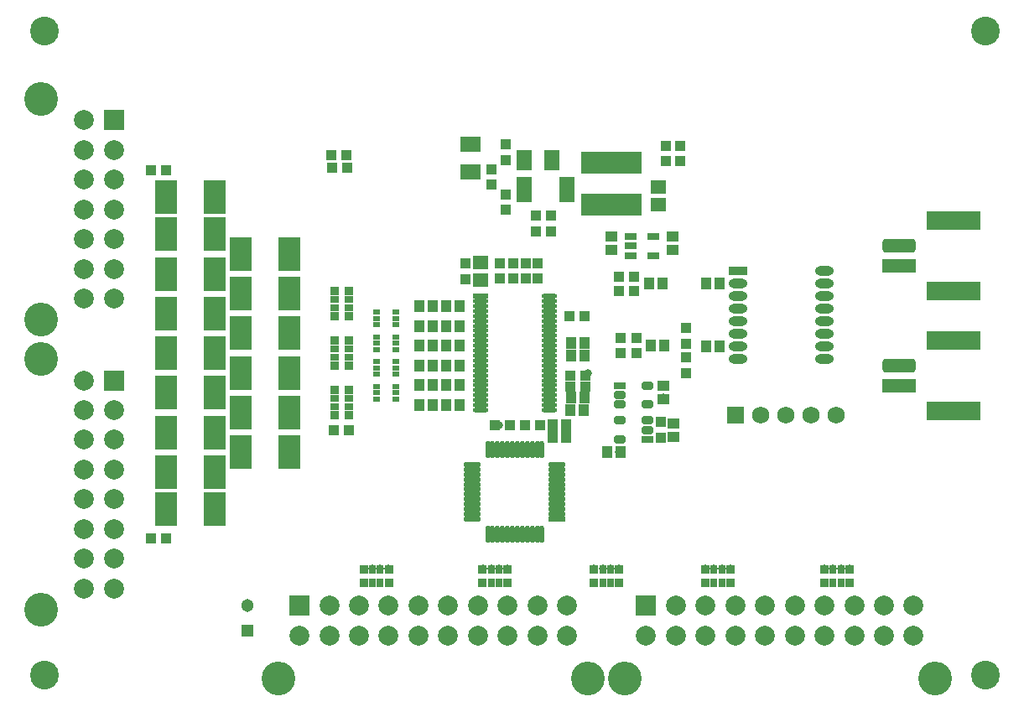
<source format=gts>
G04*
G04 #@! TF.GenerationSoftware,Altium Limited,Altium Designer,19.1.8 (144)*
G04*
G04 Layer_Color=8388736*
%FSLAX25Y25*%
%MOIN*%
G70*
G01*
G75*
%ADD47R,0.04143X0.04537*%
%ADD48R,0.04147X0.04147*%
%ADD49R,0.04147X0.04147*%
%ADD50R,0.06312X0.05328*%
%ADD51R,0.21666X0.07493*%
G04:AMPARAMS|DCode=52|XSize=55.24mil|YSize=133.98mil|CornerRadius=15.81mil|HoleSize=0mil|Usage=FLASHONLY|Rotation=90.000|XOffset=0mil|YOffset=0mil|HoleType=Round|Shape=RoundedRectangle|*
%AMROUNDEDRECTD52*
21,1,0.05524,0.10236,0,0,90.0*
21,1,0.02362,0.13398,0,0,90.0*
1,1,0.03162,0.05118,0.01181*
1,1,0.03162,0.05118,-0.01181*
1,1,0.03162,-0.05118,-0.01181*
1,1,0.03162,-0.05118,0.01181*
%
%ADD52ROUNDEDRECTD52*%
%ADD53R,0.13398X0.05524*%
%ADD54O,0.01981X0.06902*%
%ADD55O,0.06902X0.01981*%
%ADD56R,0.06902X0.01981*%
%ADD57R,0.03320X0.03556*%
%ADD58R,0.02769X0.03556*%
%ADD59R,0.08517X0.13202*%
%ADD60R,0.03556X0.03320*%
%ADD61R,0.03556X0.02769*%
%ADD62R,0.04537X0.04143*%
%ADD63R,0.03162X0.02454*%
%ADD64R,0.07887X0.06312*%
%ADD65R,0.04934X0.03162*%
%ADD66R,0.04737X0.03162*%
G04:AMPARAMS|DCode=67|XSize=31.62mil|YSize=47.37mil|CornerRadius=9.91mil|HoleSize=0mil|Usage=FLASHONLY|Rotation=270.000|XOffset=0mil|YOffset=0mil|HoleType=Round|Shape=RoundedRectangle|*
%AMROUNDEDRECTD67*
21,1,0.03162,0.02756,0,0,270.0*
21,1,0.01181,0.04737,0,0,270.0*
1,1,0.01981,-0.01378,-0.00591*
1,1,0.01981,-0.01378,0.00591*
1,1,0.01981,0.01378,0.00591*
1,1,0.01981,0.01378,-0.00591*
%
%ADD67ROUNDEDRECTD67*%
%ADD68R,0.24422X0.09068*%
%ADD69R,0.06312X0.01902*%
%ADD70R,0.06312X0.07887*%
%ADD71O,0.07493X0.03792*%
%ADD72R,0.07493X0.03792*%
%ADD73R,0.03950X0.03950*%
%ADD74R,0.03950X0.03950*%
%ADD75O,0.06115X0.01981*%
%ADD76R,0.06115X0.01981*%
%ADD77C,0.06800*%
%ADD78R,0.06800X0.06800*%
%ADD79C,0.07887*%
%ADD80R,0.07887X0.07887*%
%ADD81C,0.13398*%
%ADD82R,0.07887X0.07887*%
%ADD83R,0.05131X0.05131*%
%ADD84C,0.05131*%
%ADD85C,0.11430*%
%ADD86C,0.03162*%
D47*
X250197Y165354D02*
D03*
X255512D02*
D03*
X233425Y98425D02*
D03*
X238740D02*
D03*
X217224Y104331D02*
D03*
X211910D02*
D03*
X217224Y109252D02*
D03*
X211910D02*
D03*
X219094Y141732D02*
D03*
X224410D02*
D03*
X164075Y117126D02*
D03*
X158760D02*
D03*
X219094Y136811D02*
D03*
X224410D02*
D03*
X224114Y115157D02*
D03*
X218799D02*
D03*
X158760Y148622D02*
D03*
X164075D02*
D03*
X158760Y156496D02*
D03*
X164075D02*
D03*
X278248Y140512D02*
D03*
X272933D02*
D03*
X278248Y165354D02*
D03*
X272933D02*
D03*
X169587Y140748D02*
D03*
X174902D02*
D03*
X164075Y125000D02*
D03*
X158760D02*
D03*
X169587Y148622D02*
D03*
X174902D02*
D03*
X169587Y156496D02*
D03*
X174902D02*
D03*
X169587Y125000D02*
D03*
X174902D02*
D03*
X164075Y140748D02*
D03*
X158760D02*
D03*
X169587Y132874D02*
D03*
X174902D02*
D03*
X169587Y117126D02*
D03*
X174902D02*
D03*
X164075Y132874D02*
D03*
X158760D02*
D03*
X219200Y120088D02*
D03*
X224515D02*
D03*
X250984Y140748D02*
D03*
X256299D02*
D03*
D48*
X224606Y152559D02*
D03*
X218504D02*
D03*
X200787Y109252D02*
D03*
X206890D02*
D03*
X194882D02*
D03*
X188779D02*
D03*
X123917Y216535D02*
D03*
X130020D02*
D03*
X218799Y128898D02*
D03*
X224902D02*
D03*
X124902Y107283D02*
D03*
X131004D02*
D03*
X58169Y210630D02*
D03*
X52067D02*
D03*
X58169Y63976D02*
D03*
X52067D02*
D03*
X218807Y124601D02*
D03*
X224909D02*
D03*
X238976Y137795D02*
D03*
X245079D02*
D03*
Y143701D02*
D03*
X238976D02*
D03*
X244291Y168307D02*
D03*
X238189D02*
D03*
Y162402D02*
D03*
X244291D02*
D03*
D49*
X264764Y147736D02*
D03*
Y141634D02*
D03*
X254921Y110335D02*
D03*
Y104232D02*
D03*
X190945Y173425D02*
D03*
Y167323D02*
D03*
X196132D02*
D03*
Y173425D02*
D03*
X201053Y167323D02*
D03*
Y173425D02*
D03*
X256791Y220235D02*
D03*
Y214133D02*
D03*
X177165Y173327D02*
D03*
Y167224D02*
D03*
X205974Y167323D02*
D03*
Y173425D02*
D03*
X187432Y204724D02*
D03*
Y210827D02*
D03*
X193337Y200787D02*
D03*
Y194685D02*
D03*
X211053Y192323D02*
D03*
Y186221D02*
D03*
X205148Y192323D02*
D03*
Y186221D02*
D03*
X193337Y214567D02*
D03*
Y220669D02*
D03*
X264764Y129921D02*
D03*
Y136024D02*
D03*
D50*
X183071Y166831D02*
D03*
Y173721D02*
D03*
X253937Y203700D02*
D03*
Y196810D02*
D03*
D51*
X371063Y142717D02*
D03*
Y114764D02*
D03*
Y162402D02*
D03*
Y190354D02*
D03*
D52*
X349488Y132677D02*
D03*
Y180315D02*
D03*
D53*
Y124803D02*
D03*
Y172441D02*
D03*
D54*
X207677Y65847D02*
D03*
X205709D02*
D03*
X203740D02*
D03*
X201772D02*
D03*
X199803D02*
D03*
X197835D02*
D03*
X195866D02*
D03*
X193898D02*
D03*
X191929D02*
D03*
X189961D02*
D03*
X187992D02*
D03*
X186024D02*
D03*
Y99508D02*
D03*
X187992D02*
D03*
X189961D02*
D03*
X191929D02*
D03*
X193898D02*
D03*
X195866D02*
D03*
X197835D02*
D03*
X199803D02*
D03*
X201772D02*
D03*
X203740D02*
D03*
X205709D02*
D03*
X207677D02*
D03*
D55*
X180020Y71850D02*
D03*
Y73819D02*
D03*
Y75787D02*
D03*
Y77756D02*
D03*
Y79724D02*
D03*
Y81693D02*
D03*
Y83661D02*
D03*
Y85630D02*
D03*
Y87598D02*
D03*
Y89567D02*
D03*
Y91535D02*
D03*
Y93504D02*
D03*
X213681D02*
D03*
Y91535D02*
D03*
Y89567D02*
D03*
Y87598D02*
D03*
Y85630D02*
D03*
Y83661D02*
D03*
Y81693D02*
D03*
Y79724D02*
D03*
Y77756D02*
D03*
Y75787D02*
D03*
Y73819D02*
D03*
D56*
Y71850D02*
D03*
D57*
X319764Y46457D02*
D03*
X329842D02*
D03*
X319764Y51968D02*
D03*
X329842D02*
D03*
X272520Y46457D02*
D03*
X282598D02*
D03*
X272520Y51968D02*
D03*
X282598D02*
D03*
X136693Y46457D02*
D03*
X146772D02*
D03*
X136693Y51968D02*
D03*
X146772D02*
D03*
X183937Y46457D02*
D03*
X194016D02*
D03*
X183937Y51968D02*
D03*
X194016D02*
D03*
X228228Y46457D02*
D03*
X238307Y46457D02*
D03*
X228228Y51968D02*
D03*
X238307Y51968D02*
D03*
D58*
X323228Y46457D02*
D03*
X326378D02*
D03*
X323228Y51968D02*
D03*
X326378D02*
D03*
X275984Y46457D02*
D03*
X279134D02*
D03*
X275984Y51968D02*
D03*
X279134D02*
D03*
X140157Y46457D02*
D03*
X143307D02*
D03*
X140157Y51968D02*
D03*
X143307D02*
D03*
X187402Y46457D02*
D03*
X190551D02*
D03*
X187402Y51968D02*
D03*
X190551D02*
D03*
X231693Y46457D02*
D03*
X234842D02*
D03*
X231693Y51968D02*
D03*
X234842D02*
D03*
D59*
X77559Y199803D02*
D03*
X58268D02*
D03*
X58268Y90551D02*
D03*
X77559D02*
D03*
X58268Y106299D02*
D03*
X77559D02*
D03*
X107087Y98425D02*
D03*
X87795D02*
D03*
X107087Y114173D02*
D03*
X87795D02*
D03*
X58268Y122047D02*
D03*
X77559D02*
D03*
X107087Y129921D02*
D03*
X87795D02*
D03*
X58268Y137795D02*
D03*
X77559D02*
D03*
X107087Y145669D02*
D03*
X87795D02*
D03*
X58268Y153543D02*
D03*
X77559D02*
D03*
X107087Y161417D02*
D03*
X87795D02*
D03*
X58268Y169291D02*
D03*
X77559D02*
D03*
X107087Y177165D02*
D03*
X87795D02*
D03*
X58268Y185039D02*
D03*
X77559D02*
D03*
X58268Y75787D02*
D03*
X77559D02*
D03*
D60*
X125197Y142835D02*
D03*
Y132756D02*
D03*
X130709Y142835D02*
D03*
Y132756D02*
D03*
X125197Y123150D02*
D03*
Y113071D02*
D03*
X130709Y123150D02*
D03*
Y113071D02*
D03*
X125197Y162520D02*
D03*
Y152441D02*
D03*
X130709Y162520D02*
D03*
Y152441D02*
D03*
D61*
X125197Y139370D02*
D03*
Y136221D02*
D03*
X130709Y139370D02*
D03*
Y136221D02*
D03*
X125197Y119685D02*
D03*
Y116535D02*
D03*
X130709Y119685D02*
D03*
Y116535D02*
D03*
X125197Y159055D02*
D03*
Y155905D02*
D03*
X130709Y159055D02*
D03*
Y155905D02*
D03*
D62*
X259842Y104626D02*
D03*
Y109941D02*
D03*
X259469Y184188D02*
D03*
Y178873D02*
D03*
X235236Y178740D02*
D03*
Y184055D02*
D03*
X255906Y124705D02*
D03*
Y119390D02*
D03*
D63*
X141929Y124606D02*
D03*
Y122047D02*
D03*
Y119488D02*
D03*
X149409D02*
D03*
Y122047D02*
D03*
Y124606D02*
D03*
X141929Y134449D02*
D03*
Y131890D02*
D03*
Y129331D02*
D03*
X149409D02*
D03*
Y131890D02*
D03*
Y134449D02*
D03*
X141929Y144291D02*
D03*
Y141732D02*
D03*
Y139173D02*
D03*
X149409D02*
D03*
Y141732D02*
D03*
Y144291D02*
D03*
X141929Y154134D02*
D03*
Y151575D02*
D03*
Y149016D02*
D03*
X149409D02*
D03*
Y151575D02*
D03*
Y154134D02*
D03*
D64*
X179134Y209941D02*
D03*
Y220768D02*
D03*
D65*
X242717Y184055D02*
D03*
Y180315D02*
D03*
Y176575D02*
D03*
X251772D02*
D03*
Y184055D02*
D03*
D66*
X249508Y103543D02*
D03*
X238681Y124803D02*
D03*
D67*
X249508Y107283D02*
D03*
Y111024D02*
D03*
X238681D02*
D03*
Y103543D02*
D03*
X238681Y121063D02*
D03*
Y117323D02*
D03*
X249508D02*
D03*
Y124803D02*
D03*
D68*
X235236Y196810D02*
D03*
Y213346D02*
D03*
D69*
X217510Y198819D02*
D03*
Y200787D02*
D03*
Y202756D02*
D03*
Y204724D02*
D03*
Y206693D02*
D03*
X200660Y198819D02*
D03*
Y200787D02*
D03*
Y202756D02*
D03*
Y204724D02*
D03*
Y206693D02*
D03*
D70*
X211487Y214567D02*
D03*
X200660D02*
D03*
D71*
X319882Y140512D02*
D03*
Y150512D02*
D03*
Y155512D02*
D03*
Y160512D02*
D03*
Y165512D02*
D03*
Y170512D02*
D03*
X285433Y135512D02*
D03*
Y140512D02*
D03*
Y145512D02*
D03*
Y150512D02*
D03*
Y155512D02*
D03*
Y165512D02*
D03*
Y160512D02*
D03*
X319882Y135512D02*
D03*
Y145512D02*
D03*
D72*
X285433Y170512D02*
D03*
D73*
X262500Y214133D02*
D03*
Y220038D02*
D03*
D74*
X130217Y211378D02*
D03*
X124311D02*
D03*
D75*
X210630Y115157D02*
D03*
Y117126D02*
D03*
Y119095D02*
D03*
Y121063D02*
D03*
Y123031D02*
D03*
Y125000D02*
D03*
Y126969D02*
D03*
Y128937D02*
D03*
Y130905D02*
D03*
Y132874D02*
D03*
Y134843D02*
D03*
Y136811D02*
D03*
Y138779D02*
D03*
Y140748D02*
D03*
Y142717D02*
D03*
Y144685D02*
D03*
Y146653D02*
D03*
Y148622D02*
D03*
Y150591D02*
D03*
Y152559D02*
D03*
Y154528D02*
D03*
Y156496D02*
D03*
Y158465D02*
D03*
Y160433D02*
D03*
X183071Y115157D02*
D03*
Y117126D02*
D03*
Y119095D02*
D03*
Y121063D02*
D03*
Y123031D02*
D03*
Y125000D02*
D03*
Y126969D02*
D03*
Y128937D02*
D03*
Y130905D02*
D03*
Y132874D02*
D03*
Y134843D02*
D03*
Y136811D02*
D03*
Y138779D02*
D03*
Y140748D02*
D03*
Y142717D02*
D03*
Y144685D02*
D03*
Y146653D02*
D03*
Y148622D02*
D03*
Y150591D02*
D03*
Y152559D02*
D03*
Y154528D02*
D03*
Y156496D02*
D03*
Y158465D02*
D03*
D76*
Y160433D02*
D03*
D77*
X324449Y113189D02*
D03*
X314449D02*
D03*
X304449D02*
D03*
X294449D02*
D03*
D78*
X284449D02*
D03*
D79*
X193898Y25591D02*
D03*
Y37402D02*
D03*
X146653Y25591D02*
D03*
X158465Y37402D02*
D03*
X134843Y25591D02*
D03*
X123031D02*
D03*
X111221D02*
D03*
X182087Y37402D02*
D03*
X146653D02*
D03*
X134843D02*
D03*
X123031D02*
D03*
X158465Y25591D02*
D03*
X182087D02*
D03*
X170276D02*
D03*
Y37402D02*
D03*
X205709D02*
D03*
Y25591D02*
D03*
X217520Y37402D02*
D03*
Y25591D02*
D03*
X331693D02*
D03*
Y37402D02*
D03*
X284449Y25591D02*
D03*
X296260Y37402D02*
D03*
X272638Y25591D02*
D03*
X260827D02*
D03*
X249016D02*
D03*
X319882Y37402D02*
D03*
X284449D02*
D03*
X272638D02*
D03*
X260827D02*
D03*
X296260Y25591D02*
D03*
X319882D02*
D03*
X308071D02*
D03*
Y37402D02*
D03*
X343504D02*
D03*
Y25591D02*
D03*
X355315Y37402D02*
D03*
Y25591D02*
D03*
X25591Y44291D02*
D03*
X37402D02*
D03*
X25591Y91535D02*
D03*
X37402Y79724D02*
D03*
X25591Y103347D02*
D03*
Y115157D02*
D03*
Y126969D02*
D03*
X37402Y56102D02*
D03*
Y91535D02*
D03*
Y103347D02*
D03*
Y115157D02*
D03*
X25591Y79724D02*
D03*
Y56102D02*
D03*
Y67913D02*
D03*
X37402D02*
D03*
Y171260D02*
D03*
X25591D02*
D03*
Y159449D02*
D03*
Y183071D02*
D03*
X37402Y218504D02*
D03*
Y206693D02*
D03*
Y194882D02*
D03*
Y159449D02*
D03*
X25591Y230315D02*
D03*
Y218504D02*
D03*
Y206693D02*
D03*
X37402Y183071D02*
D03*
X25591Y194882D02*
D03*
D80*
X111221Y37402D02*
D03*
X249016D02*
D03*
D81*
X225984Y8583D02*
D03*
X102756D02*
D03*
X363779D02*
D03*
X240551D02*
D03*
X8583Y35827D02*
D03*
Y135433D02*
D03*
Y238779D02*
D03*
Y150984D02*
D03*
D82*
X37402Y126969D02*
D03*
Y230315D02*
D03*
D83*
X90551Y27559D02*
D03*
D84*
Y37402D02*
D03*
D85*
X383858Y265748D02*
D03*
X9843Y9843D02*
D03*
Y265748D02*
D03*
X383858Y9843D02*
D03*
D86*
X238346Y98425D02*
D03*
X249016Y107283D02*
D03*
X259842Y104626D02*
D03*
X255906Y120088D02*
D03*
X238740Y121063D02*
D03*
X224515Y136811D02*
D03*
Y141732D02*
D03*
X124311Y211378D02*
D03*
X196132Y173425D02*
D03*
X211614Y109252D02*
D03*
Y104331D02*
D03*
X190551Y109252D02*
D03*
X255972Y124803D02*
D03*
X225807Y129912D02*
D03*
X219230Y141732D02*
D03*
X184055Y52165D02*
D03*
X228346D02*
D03*
X272638Y52165D02*
D03*
X319882D02*
D03*
X323228D02*
D03*
X329724Y52165D02*
D03*
X326378D02*
D03*
X275984Y52165D02*
D03*
X282480Y52165D02*
D03*
X279134D02*
D03*
X231693Y52165D02*
D03*
X238189Y52165D02*
D03*
X234842D02*
D03*
X187402Y52165D02*
D03*
X193898Y52165D02*
D03*
X190551D02*
D03*
X143307D02*
D03*
X146653D02*
D03*
X140157Y52165D02*
D03*
X218504Y152559D02*
D03*
X264764Y129921D02*
D03*
Y141732D02*
D03*
X218799Y115074D02*
D03*
X175197Y140748D02*
D03*
X158465Y156496D02*
D03*
X175197D02*
D03*
X224410Y115157D02*
D03*
X158465Y117126D02*
D03*
X175197D02*
D03*
X158465Y125000D02*
D03*
X175197D02*
D03*
X158465Y132874D02*
D03*
Y140748D02*
D03*
X175197Y132874D02*
D03*
X158465Y148622D02*
D03*
X175197D02*
D03*
M02*

</source>
